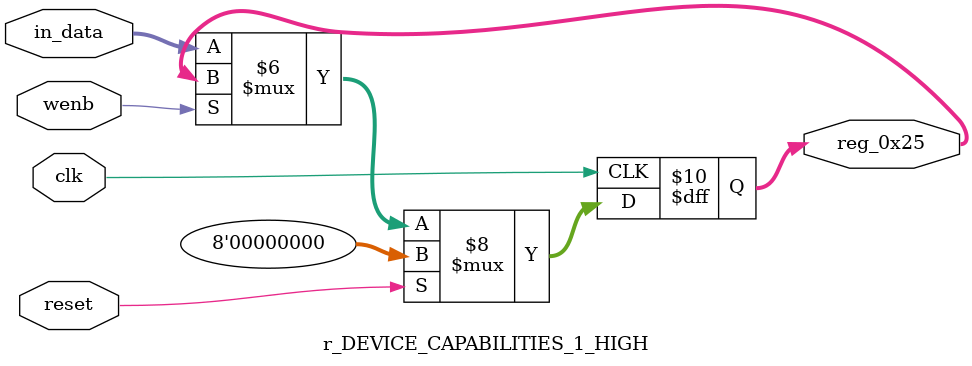
<source format=v>
module r_DEVICE_CAPABILITIES_1_HIGH(output reg [7:0] reg_0x25, input wire reset, input wire wenb, input wire [7:0] in_data, input wire clk);
	always@(posedge clk)
	begin
		if(reset==0) begin
			if(wenb==0)
				reg_0x25<=in_data;
			else
				reg_0x25<=reg_0x25;
		end
		else
			reg_0x25<=8'h00;
	end
endmodule
</source>
